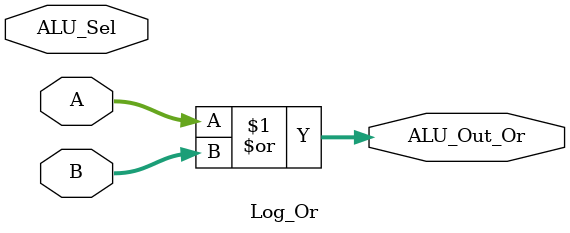
<source format=v>
module Log_Or(output [3:0] ALU_Out_Or,input [3:0] A, input [3:0] B,input [3:0] ALU_Sel);
assign ALU_Out_Or = A|B ;
endmodule

</source>
